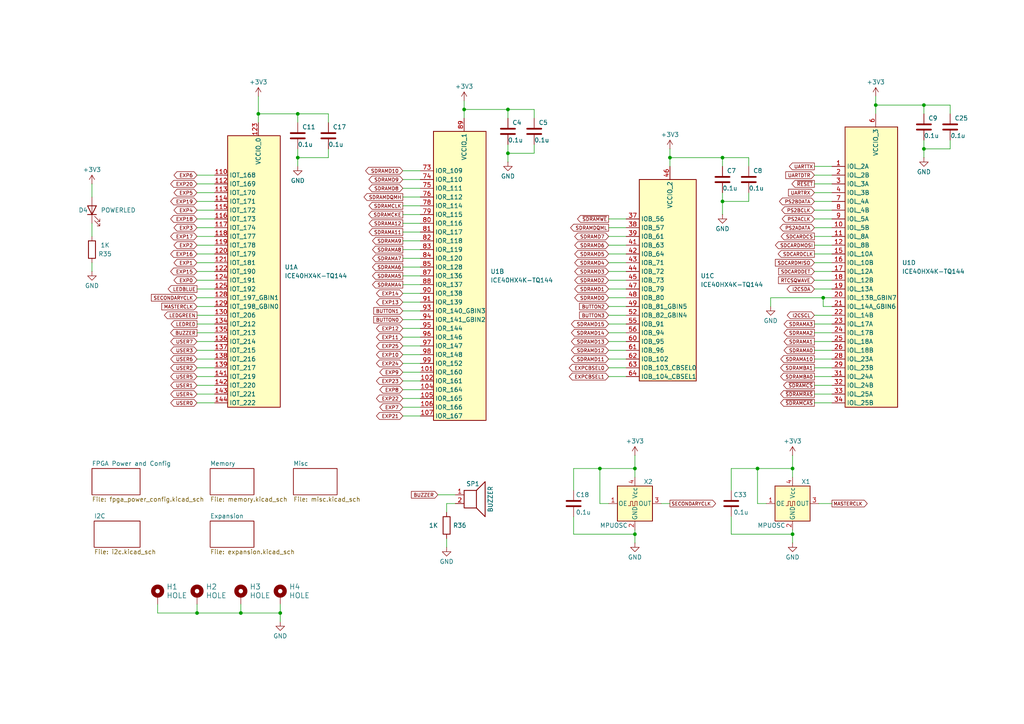
<source format=kicad_sch>
(kicad_sch (version 20250114) (generator "eeschema") (generator_version "9.0")
  (paper "A4")
  (junction (at 173.99 135.89))
  (junction (at 74.93 33.02))
  (junction (at 267.97 43.18))
  (junction (at 134.62 31.75))
  (junction (at 147.32 31.75))
  (junction (at 209.55 45.72))
  (junction (at 219.71 135.89))
  (junction (at 86.36 33.02))
  (junction (at 229.87 154.94))
  (junction (at 254 30.48))
  (junction (at 81.28 177.8))
  (junction (at 267.97 30.48))
  (junction (at 57.15 177.8))
  (junction (at 238.76 86.36))
  (junction (at 184.15 135.89))
  (junction (at 229.87 135.89))
  (junction (at 147.32 44.45))
  (junction (at 209.55 58.42))
  (junction (at 86.36 45.72))
  (junction (at 184.15 154.94))
  (junction (at 194.31 45.72))
  (junction (at 69.85 177.8))
  (wire (pts (xy 95.25 45.72) (xy 95.25 43.18)))
  (wire (pts (xy 176.53 63.5) (xy 181.61 63.5)))
  (wire (pts (xy 57.15 55.88) (xy 62.23 55.88)))
  (wire (pts (xy 45.72 175.26) (xy 45.72 177.8)))
  (wire (pts (xy 86.36 33.02) (xy 86.36 35.56)))
  (wire (pts (xy 116.84 72.39) (xy 121.92 72.39)))
  (wire (pts (xy 222.25 146.05) (xy 219.71 146.05)))
  (wire (pts (xy 212.09 149.86) (xy 212.09 154.94)))
  (wire (pts (xy 134.62 29.21) (xy 134.62 31.75)))
  (wire (pts (xy 147.32 44.45) (xy 154.94 44.45)))
  (wire (pts (xy 116.84 57.15) (xy 121.92 57.15)))
  (wire (pts (xy 57.15 76.2) (xy 62.23 76.2)))
  (wire (pts (xy 238.76 86.36) (xy 223.52 86.36)))
  (wire (pts (xy 116.84 85.09) (xy 121.92 85.09)))
  (wire (pts (xy 176.53 71.12) (xy 181.61 71.12)))
  (wire (pts (xy 147.32 41.91) (xy 147.32 44.45)))
  (wire (pts (xy 176.53 106.68) (xy 181.61 106.68)))
  (wire (pts (xy 267.97 30.48) (xy 267.97 33.02)))
  (wire (pts (xy 229.87 132.08) (xy 229.87 135.89)))
  (wire (pts (xy 229.87 135.89) (xy 229.87 138.43)))
  (wire (pts (xy 236.22 114.3) (xy 241.3 114.3)))
  (wire (pts (xy 236.22 96.52) (xy 241.3 96.52)))
  (wire (pts (xy 116.84 52.07) (xy 121.92 52.07)))
  (wire (pts (xy 236.22 116.84) (xy 241.3 116.84)))
  (wire (pts (xy 57.15 101.6) (xy 62.23 101.6)))
  (wire (pts (xy 176.53 101.6) (xy 181.61 101.6)))
  (wire (pts (xy 184.15 135.89) (xy 184.15 138.43)))
  (wire (pts (xy 86.36 45.72) (xy 86.36 48.26)))
  (wire (pts (xy 267.97 43.18) (xy 267.97 45.72)))
  (wire (pts (xy 236.22 48.26) (xy 241.3 48.26)))
  (wire (pts (xy 154.94 34.29) (xy 154.94 31.75)))
  (wire (pts (xy 86.36 45.72) (xy 95.25 45.72)))
  (wire (pts (xy 134.62 34.29) (xy 134.62 31.75)))
  (wire (pts (xy 57.15 81.28) (xy 62.23 81.28)))
  (wire (pts (xy 116.84 120.65) (xy 121.92 120.65)))
  (wire (pts (xy 194.31 43.18) (xy 194.31 45.72)))
  (wire (pts (xy 219.71 146.05) (xy 219.71 135.89)))
  (wire (pts (xy 267.97 43.18) (xy 275.59 43.18)))
  (wire (pts (xy 62.23 60.96) (xy 57.15 60.96)))
  (wire (pts (xy 57.15 68.58) (xy 62.23 68.58)))
  (wire (pts (xy 69.85 177.8) (xy 81.28 177.8)))
  (wire (pts (xy 57.15 91.44) (xy 62.23 91.44)))
  (wire (pts (xy 166.37 142.24) (xy 166.37 135.89)))
  (wire (pts (xy 116.84 67.31) (xy 121.92 67.31)))
  (wire (pts (xy 74.93 33.02) (xy 86.36 33.02)))
  (wire (pts (xy 116.84 82.55) (xy 121.92 82.55)))
  (wire (pts (xy 176.53 96.52) (xy 181.61 96.52)))
  (wire (pts (xy 57.15 50.8) (xy 62.23 50.8)))
  (wire (pts (xy 57.15 78.74) (xy 62.23 78.74)))
  (wire (pts (xy 209.55 58.42) (xy 217.17 58.42)))
  (wire (pts (xy 176.53 66.04) (xy 181.61 66.04)))
  (wire (pts (xy 116.84 80.01) (xy 121.92 80.01)))
  (wire (pts (xy 209.55 58.42) (xy 209.55 62.23)))
  (wire (pts (xy 223.52 86.36) (xy 223.52 88.9)))
  (wire (pts (xy 116.84 77.47) (xy 121.92 77.47)))
  (wire (pts (xy 194.31 45.72) (xy 209.55 45.72)))
  (wire (pts (xy 166.37 154.94) (xy 184.15 154.94)))
  (wire (pts (xy 116.84 87.63) (xy 121.92 87.63)))
  (wire (pts (xy 57.15 96.52) (xy 62.23 96.52)))
  (wire (pts (xy 176.53 109.22) (xy 181.61 109.22)))
  (wire (pts (xy 184.15 132.08) (xy 184.15 135.89)))
  (wire (pts (xy 57.15 175.26) (xy 57.15 177.8)))
  (wire (pts (xy 275.59 40.64) (xy 275.59 43.18)))
  (wire (pts (xy 236.22 66.04) (xy 241.3 66.04)))
  (wire (pts (xy 236.22 83.82) (xy 241.3 83.82)))
  (wire (pts (xy 176.53 78.74) (xy 181.61 78.74)))
  (wire (pts (xy 176.53 81.28) (xy 181.61 81.28)))
  (wire (pts (xy 236.22 99.06) (xy 241.3 99.06)))
  (wire (pts (xy 184.15 153.67) (xy 184.15 154.94)))
  (wire (pts (xy 116.84 100.33) (xy 121.92 100.33)))
  (wire (pts (xy 254 27.94) (xy 254 30.48)))
  (wire (pts (xy 236.22 78.74) (xy 241.3 78.74)))
  (wire (pts (xy 236.22 106.68) (xy 241.3 106.68)))
  (wire (pts (xy 236.22 71.12) (xy 241.3 71.12)))
  (wire (pts (xy 236.22 104.14) (xy 241.3 104.14)))
  (wire (pts (xy 57.15 177.8) (xy 69.85 177.8)))
  (wire (pts (xy 176.53 73.66) (xy 181.61 73.66)))
  (wire (pts (xy 176.53 68.58) (xy 181.61 68.58)))
  (wire (pts (xy 229.87 154.94) (xy 229.87 157.48)))
  (wire (pts (xy 236.22 81.28) (xy 241.3 81.28)))
  (wire (pts (xy 129.54 146.05) (xy 129.54 148.59)))
  (wire (pts (xy 57.15 99.06) (xy 62.23 99.06)))
  (wire (pts (xy 127 143.51) (xy 132.08 143.51)))
  (wire (pts (xy 217.17 45.72) (xy 217.17 48.26)))
  (wire (pts (xy 116.84 64.77) (xy 121.92 64.77)))
  (wire (pts (xy 241.3 86.36) (xy 238.76 86.36)))
  (wire (pts (xy 194.31 48.26) (xy 194.31 45.72)))
  (wire (pts (xy 236.22 53.34) (xy 241.3 53.34)))
  (wire (pts (xy 116.84 115.57) (xy 121.92 115.57)))
  (wire (pts (xy 57.15 71.12) (xy 62.23 71.12)))
  (wire (pts (xy 209.55 45.72) (xy 209.55 48.26)))
  (wire (pts (xy 237.49 146.05) (xy 241.3 146.05)))
  (wire (pts (xy 116.84 102.87) (xy 121.92 102.87)))
  (wire (pts (xy 26.67 53.34) (xy 26.67 57.15)))
  (wire (pts (xy 236.22 109.22) (xy 241.3 109.22)))
  (wire (pts (xy 176.53 88.9) (xy 181.61 88.9)))
  (wire (pts (xy 236.22 91.44) (xy 241.3 91.44)))
  (wire (pts (xy 57.15 86.36) (xy 62.23 86.36)))
  (wire (pts (xy 57.15 116.84) (xy 62.23 116.84)))
  (wire (pts (xy 57.15 111.76) (xy 62.23 111.76)))
  (wire (pts (xy 116.84 113.03) (xy 121.92 113.03)))
  (wire (pts (xy 217.17 55.88) (xy 217.17 58.42)))
  (wire (pts (xy 45.72 177.8) (xy 57.15 177.8)))
  (wire (pts (xy 116.84 92.71) (xy 121.92 92.71)))
  (wire (pts (xy 74.93 27.94) (xy 74.93 33.02)))
  (wire (pts (xy 116.84 74.93) (xy 121.92 74.93)))
  (wire (pts (xy 26.67 76.2) (xy 26.67 78.74)))
  (wire (pts (xy 267.97 30.48) (xy 275.59 30.48)))
  (wire (pts (xy 57.15 73.66) (xy 62.23 73.66)))
  (wire (pts (xy 176.53 93.98) (xy 181.61 93.98)))
  (wire (pts (xy 241.3 88.9) (xy 238.76 88.9)))
  (wire (pts (xy 154.94 41.91) (xy 154.94 44.45)))
  (wire (pts (xy 116.84 118.11) (xy 121.92 118.11)))
  (wire (pts (xy 212.09 135.89) (xy 219.71 135.89)))
  (wire (pts (xy 267.97 43.18) (xy 267.97 40.64)))
  (wire (pts (xy 166.37 135.89) (xy 173.99 135.89)))
  (wire (pts (xy 116.84 90.17) (xy 121.92 90.17)))
  (wire (pts (xy 57.15 66.04) (xy 62.23 66.04)))
  (wire (pts (xy 212.09 142.24) (xy 212.09 135.89)))
  (wire (pts (xy 74.93 33.02) (xy 74.93 35.56)))
  (wire (pts (xy 166.37 149.86) (xy 166.37 154.94)))
  (wire (pts (xy 26.67 64.77) (xy 26.67 68.58)))
  (wire (pts (xy 236.22 76.2) (xy 241.3 76.2)))
  (wire (pts (xy 57.15 83.82) (xy 62.23 83.82)))
  (wire (pts (xy 254 30.48) (xy 254 33.02)))
  (wire (pts (xy 62.23 63.5) (xy 57.15 63.5)))
  (wire (pts (xy 57.15 114.3) (xy 62.23 114.3)))
  (wire (pts (xy 209.55 45.72) (xy 217.17 45.72)))
  (wire (pts (xy 236.22 50.8) (xy 241.3 50.8)))
  (wire (pts (xy 173.99 146.05) (xy 173.99 135.89)))
  (wire (pts (xy 236.22 55.88) (xy 241.3 55.88)))
  (wire (pts (xy 236.22 101.6) (xy 241.3 101.6)))
  (wire (pts (xy 57.15 93.98) (xy 62.23 93.98)))
  (wire (pts (xy 81.28 175.26) (xy 81.28 177.8)))
  (wire (pts (xy 147.32 44.45) (xy 147.32 46.99)))
  (wire (pts (xy 173.99 135.89) (xy 184.15 135.89)))
  (wire (pts (xy 62.23 53.34) (xy 57.15 53.34)))
  (wire (pts (xy 116.84 69.85) (xy 121.92 69.85)))
  (wire (pts (xy 236.22 68.58) (xy 241.3 68.58)))
  (wire (pts (xy 86.36 43.18) (xy 86.36 45.72)))
  (wire (pts (xy 176.53 91.44) (xy 181.61 91.44)))
  (wire (pts (xy 219.71 135.89) (xy 229.87 135.89)))
  (wire (pts (xy 236.22 111.76) (xy 241.3 111.76)))
  (wire (pts (xy 129.54 146.05) (xy 132.08 146.05)))
  (wire (pts (xy 116.84 97.79) (xy 121.92 97.79)))
  (wire (pts (xy 176.53 76.2) (xy 181.61 76.2)))
  (wire (pts (xy 116.84 54.61) (xy 121.92 54.61)))
  (wire (pts (xy 134.62 31.75) (xy 147.32 31.75)))
  (wire (pts (xy 176.53 83.82) (xy 181.61 83.82)))
  (wire (pts (xy 116.84 105.41) (xy 121.92 105.41)))
  (wire (pts (xy 69.85 175.26) (xy 69.85 177.8)))
  (wire (pts (xy 57.15 109.22) (xy 62.23 109.22)))
  (wire (pts (xy 57.15 88.9) (xy 62.23 88.9)))
  (wire (pts (xy 57.15 104.14) (xy 62.23 104.14)))
  (wire (pts (xy 275.59 33.02) (xy 275.59 30.48)))
  (wire (pts (xy 176.53 86.36) (xy 181.61 86.36)))
  (wire (pts (xy 236.22 73.66) (xy 241.3 73.66)))
  (wire (pts (xy 95.25 33.02) (xy 95.25 35.56)))
  (wire (pts (xy 62.23 58.42) (xy 57.15 58.42)))
  (wire (pts (xy 57.15 106.68) (xy 62.23 106.68)))
  (wire (pts (xy 254 30.48) (xy 267.97 30.48)))
  (wire (pts (xy 176.53 146.05) (xy 173.99 146.05)))
  (wire (pts (xy 116.84 49.53) (xy 121.92 49.53)))
  (wire (pts (xy 147.32 31.75) (xy 154.94 31.75)))
  (wire (pts (xy 229.87 153.67) (xy 229.87 154.94)))
  (wire (pts (xy 209.55 55.88) (xy 209.55 58.42)))
  (wire (pts (xy 81.28 177.8) (xy 81.28 180.34)))
  (wire (pts (xy 184.15 154.94) (xy 184.15 157.48)))
  (wire (pts (xy 236.22 58.42) (xy 241.3 58.42)))
  (wire (pts (xy 236.22 63.5) (xy 241.3 63.5)))
  (wire (pts (xy 116.84 62.23) (xy 121.92 62.23)))
  (wire (pts (xy 116.84 107.95) (xy 121.92 107.95)))
  (wire (pts (xy 147.32 31.75) (xy 147.32 34.29)))
  (wire (pts (xy 129.54 156.21) (xy 129.54 158.75)))
  (wire (pts (xy 176.53 99.06) (xy 181.61 99.06)))
  (wire (pts (xy 191.77 146.05) (xy 194.31 146.05)))
  (wire (pts (xy 212.09 154.94) (xy 229.87 154.94)))
  (wire (pts (xy 176.53 104.14) (xy 181.61 104.14)))
  (wire (pts (xy 236.22 60.96) (xy 241.3 60.96)))
  (wire (pts (xy 116.84 59.69) (xy 121.92 59.69)))
  (wire (pts (xy 238.76 88.9) (xy 238.76 86.36)))
  (wire (pts (xy 236.22 93.98) (xy 241.3 93.98)))
  (wire (pts (xy 86.36 33.02) (xy 95.25 33.02)))
  (wire (pts (xy 116.84 95.25) (xy 121.92 95.25)))
  (wire (pts (xy 116.84 110.49) (xy 121.92 110.49)))
  (global_label "~{SDRAMCAS}" (shape output) (at 236.22 116.84 180) (effects (font (size 1.016 1.016))) (property "Intersheetrefs" "${INTERSHEET_REFS}" (effects (hide yes))))
  (global_label "USER0" (shape bidirectional) (at 57.15 116.84 180) (effects (font (size 1 1))) (property "Intersheetrefs" "${INTERSHEET_REFS}" (effects (hide yes))))
  (global_label "SECONDARYCLK" (shape input) (at 57.15 86.36 180) (effects (font (size 0.9906 0.9906))) (property "Intersheetrefs" "${INTERSHEET_REFS}" (effects (hide yes))))
  (global_label "EXP25" (shape bidirectional) (at 116.84 100.33 180) (effects (font (size 1.016 1.016))) (property "Intersheetrefs" "${INTERSHEET_REFS}" (effects (hide yes))))
  (global_label "PS2ADATA" (shape bidirectional) (at 236.22 66.04 180) (effects (font (size 1 1))) (property "Intersheetrefs" "${INTERSHEET_REFS}" (effects (hide yes))))
  (global_label "EXPCBSEL0" (shape bidirectional) (at 176.53 106.68 180) (effects (font (size 1.016 1.016))) (property "Intersheetrefs" "${INTERSHEET_REFS}" (effects (hide yes))))
  (global_label "~{SDRAMWE}" (shape output) (at 176.53 63.5 180) (effects (font (size 1.016 1.016))) (property "Intersheetrefs" "${INTERSHEET_REFS}" (effects (hide yes))))
  (global_label "SDRAMD13" (shape bidirectional) (at 176.53 99.06 180) (effects (font (size 1.016 1.016))) (property "Intersheetrefs" "${INTERSHEET_REFS}" (effects (hide yes))))
  (global_label "EXP10" (shape bidirectional) (at 116.84 102.87 180) (effects (font (size 1.016 1.016))) (property "Intersheetrefs" "${INTERSHEET_REFS}" (effects (hide yes))))
  (global_label "~{SDRAMRAS}" (shape output) (at 236.22 114.3 180) (effects (font (size 1.016 1.016))) (property "Intersheetrefs" "${INTERSHEET_REFS}" (effects (hide yes))))
  (global_label "SDRAMA8" (shape output) (at 116.84 72.39 180) (effects (font (size 1.016 1.016))) (property "Intersheetrefs" "${INTERSHEET_REFS}" (effects (hide yes))))
  (global_label "EXP8" (shape bidirectional) (at 116.84 113.03 180) (effects (font (size 1.016 1.016))) (property "Intersheetrefs" "${INTERSHEET_REFS}" (effects (hide yes))))
  (global_label "USER6" (shape bidirectional) (at 57.15 104.14 180) (effects (font (size 1 1))) (property "Intersheetrefs" "${INTERSHEET_REFS}" (effects (hide yes))))
  (global_label "SDRAMD10" (shape bidirectional) (at 116.84 49.53 180) (effects (font (size 1.016 1.016))) (property "Intersheetrefs" "${INTERSHEET_REFS}" (effects (hide yes))))
  (global_label "SDRAMD14" (shape bidirectional) (at 176.53 96.52 180) (effects (font (size 1.016 1.016))) (property "Intersheetrefs" "${INTERSHEET_REFS}" (effects (hide yes))))
  (global_label "SDRAMA2" (shape output) (at 236.22 96.52 180) (effects (font (size 1.016 1.016))) (property "Intersheetrefs" "${INTERSHEET_REFS}" (effects (hide yes))))
  (global_label "EXP4" (shape bidirectional) (at 57.15 60.96 180) (effects (font (size 1.016 1.016))) (property "Intersheetrefs" "${INTERSHEET_REFS}" (effects (hide yes))))
  (global_label "SDRAMD0" (shape bidirectional) (at 176.53 86.36 180) (effects (font (size 1.016 1.016))) (property "Intersheetrefs" "${INTERSHEET_REFS}" (effects (hide yes))))
  (global_label "EXP18" (shape bidirectional) (at 57.15 63.5 180) (effects (font (size 1.016 1.016))) (property "Intersheetrefs" "${INTERSHEET_REFS}" (effects (hide yes))))
  (global_label "USER7" (shape bidirectional) (at 57.15 99.06 180) (effects (font (size 1 1))) (property "Intersheetrefs" "${INTERSHEET_REFS}" (effects (hide yes))))
  (global_label "SDRAMDQML" (shape output) (at 176.53 66.04 180) (effects (font (size 1.016 1.016))) (property "Intersheetrefs" "${INTERSHEET_REFS}" (effects (hide yes))))
  (global_label "SDRAMA9" (shape output) (at 116.84 69.85 180) (effects (font (size 1.016 1.016))) (property "Intersheetrefs" "${INTERSHEET_REFS}" (effects (hide yes))))
  (global_label "SDRAMD12" (shape bidirectional) (at 176.53 101.6 180) (effects (font (size 1.016 1.016))) (property "Intersheetrefs" "${INTERSHEET_REFS}" (effects (hide yes))))
  (global_label "SDRAMCKE" (shape output) (at 116.84 62.23 180) (effects (font (size 1.016 1.016))) (property "Intersheetrefs" "${INTERSHEET_REFS}" (effects (hide yes))))
  (global_label "EXP14" (shape bidirectional) (at 116.84 85.09 180) (effects (font (size 1.016 1.016))) (property "Intersheetrefs" "${INTERSHEET_REFS}" (effects (hide yes))))
  (global_label "UARTRX" (shape input) (at 236.22 55.88 180) (effects (font (size 1 1))) (property "Intersheetrefs" "${INTERSHEET_REFS}" (effects (hide yes))))
  (global_label "EXPCBSEL1" (shape bidirectional) (at 176.53 109.22 180) (effects (font (size 1.016 1.016))) (property "Intersheetrefs" "${INTERSHEET_REFS}" (effects (hide yes))))
  (global_label "SDRAMA7" (shape output) (at 116.84 74.93 180) (effects (font (size 1.016 1.016))) (property "Intersheetrefs" "${INTERSHEET_REFS}" (effects (hide yes))))
  (global_label "EXP1" (shape bidirectional) (at 57.15 76.2 180) (effects (font (size 1.016 1.016))) (property "Intersheetrefs" "${INTERSHEET_REFS}" (effects (hide yes))))
  (global_label "EXP13" (shape bidirectional) (at 116.84 87.63 180) (effects (font (size 1.016 1.016))) (property "Intersheetrefs" "${INTERSHEET_REFS}" (effects (hide yes))))
  (global_label "USER5" (shape bidirectional) (at 57.15 109.22 180) (effects (font (size 1 1))) (property "Intersheetrefs" "${INTERSHEET_REFS}" (effects (hide yes))))
  (global_label "SDCARDMOSI" (shape output) (at 236.22 71.12 180) (effects (font (size 1 1))) (property "Intersheetrefs" "${INTERSHEET_REFS}" (effects (hide yes))))
  (global_label "EXP17" (shape bidirectional) (at 57.15 68.58 180) (effects (font (size 1.016 1.016))) (property "Intersheetrefs" "${INTERSHEET_REFS}" (effects (hide yes))))
  (global_label "LEDRED" (shape output) (at 57.15 93.98 180) (effects (font (size 1 1))) (property "Intersheetrefs" "${INTERSHEET_REFS}" (effects (hide yes))))
  (global_label "EXP20" (shape bidirectional) (at 57.15 53.34 180) (effects (font (size 1.016 1.016))) (property "Intersheetrefs" "${INTERSHEET_REFS}" (effects (hide yes))))
  (global_label "EXP23" (shape bidirectional) (at 116.84 110.49 180) (effects (font (size 1.016 1.016))) (property "Intersheetrefs" "${INTERSHEET_REFS}" (effects (hide yes))))
  (global_label "BUTTON3" (shape input) (at 176.53 91.44 180) (effects (font (size 0.9906 0.9906))) (property "Intersheetrefs" "${INTERSHEET_REFS}" (effects (hide yes))))
  (global_label "~{RESET}" (shape output) (at 236.22 53.34 180) (effects (font (size 1.016 1.016))) (property "Intersheetrefs" "${INTERSHEET_REFS}" (effects (hide yes))))
  (global_label "USER1" (shape bidirectional) (at 57.15 111.76 180) (effects (font (size 1 1))) (property "Intersheetrefs" "${INTERSHEET_REFS}" (effects (hide yes))))
  (global_label "USER3" (shape bidirectional) (at 57.15 101.6 180) (effects (font (size 1 1))) (property "Intersheetrefs" "${INTERSHEET_REFS}" (effects (hide yes))))
  (global_label "UARTDTR" (shape input) (at 236.22 50.8 180) (effects (font (size 1 1))) (property "Intersheetrefs" "${INTERSHEET_REFS}" (effects (hide yes))))
  (global_label "EXP2" (shape bidirectional) (at 57.15 71.12 180) (effects (font (size 1.016 1.016))) (property "Intersheetrefs" "${INTERSHEET_REFS}" (effects (hide yes))))
  (global_label "SDCARDMISO" (shape input) (at 236.22 76.2 180) (effects (font (size 1 1))) (property "Intersheetrefs" "${INTERSHEET_REFS}" (effects (hide yes))))
  (global_label "SDRAMA0" (shape output) (at 236.22 101.6 180) (effects (font (size 1.016 1.016))) (property "Intersheetrefs" "${INTERSHEET_REFS}" (effects (hide yes))))
  (global_label "I2CSCL" (shape bidirectional) (at 236.22 91.44 180) (effects (font (size 0.9906 0.9906))) (property "Intersheetrefs" "${INTERSHEET_REFS}" (effects (hide yes))))
  (global_label "SDRAMD9" (shape bidirectional) (at 116.84 52.07 180) (effects (font (size 1.016 1.016))) (property "Intersheetrefs" "${INTERSHEET_REFS}" (effects (hide yes))))
  (global_label "PS2ACLK" (shape bidirectional) (at 236.22 63.5 180) (effects (font (size 1 1))) (property "Intersheetrefs" "${INTERSHEET_REFS}" (effects (hide yes))))
  (global_label "SDRAMA4" (shape output) (at 116.84 82.55 180) (effects (font (size 1.016 1.016))) (property "Intersheetrefs" "${INTERSHEET_REFS}" (effects (hide yes))))
  (global_label "RTCSQWAVE" (shape input) (at 236.22 81.28 180) (effects (font (size 1 1))) (property "Intersheetrefs" "${INTERSHEET_REFS}" (effects (hide yes))))
  (global_label "~{SDRAMCS}" (shape output) (at 236.22 111.76 180) (effects (font (size 1.016 1.016))) (property "Intersheetrefs" "${INTERSHEET_REFS}" (effects (hide yes))))
  (global_label "EXP15" (shape bidirectional) (at 57.15 78.74 180) (effects (font (size 1.016 1.016))) (property "Intersheetrefs" "${INTERSHEET_REFS}" (effects (hide yes))))
  (global_label "SDRAMBA1" (shape output) (at 236.22 106.68 180) (effects (font (size 1.016 1.016))) (property "Intersheetrefs" "${INTERSHEET_REFS}" (effects (hide yes))))
  (global_label "BUZZER" (shape input) (at 127 143.51 180) (effects (font (size 0.9906 0.9906))) (property "Intersheetrefs" "${INTERSHEET_REFS}" (effects (hide yes))))
  (global_label "PS2BDATA" (shape bidirectional) (at 236.22 58.42 180) (effects (font (size 1 1))) (property "Intersheetrefs" "${INTERSHEET_REFS}" (effects (hide yes))))
  (global_label "SDRAMD6" (shape bidirectional) (at 176.53 71.12 180) (effects (font (size 1.016 1.016))) (property "Intersheetrefs" "${INTERSHEET_REFS}" (effects (hide yes))))
  (global_label "SDCARDDET" (shape input) (at 236.22 78.74 180) (effects (font (size 1 1))) (property "Intersheetrefs" "${INTERSHEET_REFS}" (effects (hide yes))))
  (global_label "MASTERCLK" (shape output) (at 241.3 146.05 0) (effects (font (size 0.9906 0.9906))) (property "Intersheetrefs" "${INTERSHEET_REFS}" (effects (hide yes))))
  (global_label "SDRAMD1" (shape bidirectional) (at 176.53 83.82 180) (effects (font (size 1.016 1.016))) (property "Intersheetrefs" "${INTERSHEET_REFS}" (effects (hide yes))))
  (global_label "USER4" (shape bidirectional) (at 57.15 114.3 180) (effects (font (size 1 1))) (property "Intersheetrefs" "${INTERSHEET_REFS}" (effects (hide yes))))
  (global_label "BUTTON2" (shape input) (at 176.53 88.9 180) (effects (font (size 0.9906 0.9906))) (property "Intersheetrefs" "${INTERSHEET_REFS}" (effects (hide yes))))
  (global_label "SDRAMD3" (shape bidirectional) (at 176.53 78.74 180) (effects (font (size 1.016 1.016))) (property "Intersheetrefs" "${INTERSHEET_REFS}" (effects (hide yes))))
  (global_label "EXP3" (shape bidirectional) (at 57.15 66.04 180) (effects (font (size 1.016 1.016))) (property "Intersheetrefs" "${INTERSHEET_REFS}" (effects (hide yes))))
  (global_label "BUTTON1" (shape input) (at 116.84 90.17 180) (effects (font (size 0.9906 0.9906))) (property "Intersheetrefs" "${INTERSHEET_REFS}" (effects (hide yes))))
  (global_label "EXP12" (shape bidirectional) (at 116.84 95.25 180) (effects (font (size 1.016 1.016))) (property "Intersheetrefs" "${INTERSHEET_REFS}" (effects (hide yes))))
  (global_label "SDRAMCLK" (shape output) (at 116.84 59.69 180) (effects (font (size 1.016 1.016))) (property "Intersheetrefs" "${INTERSHEET_REFS}" (effects (hide yes))))
  (global_label "BUZZER" (shape output) (at 57.15 96.52 180) (effects (font (size 0.9906 0.9906))) (property "Intersheetrefs" "${INTERSHEET_REFS}" (effects (hide yes))))
  (global_label "EXP11" (shape bidirectional) (at 116.84 97.79 180) (effects (font (size 1.016 1.016))) (property "Intersheetrefs" "${INTERSHEET_REFS}" (effects (hide yes))))
  (global_label "SDRAMD4" (shape bidirectional) (at 176.53 76.2 180) (effects (font (size 1.016 1.016))) (property "Intersheetrefs" "${INTERSHEET_REFS}" (effects (hide yes))))
  (global_label "USER2" (shape bidirectional) (at 57.15 106.68 180) (effects (font (size 1 1))) (property "Intersheetrefs" "${INTERSHEET_REFS}" (effects (hide yes))))
  (global_label "SDRAMA11" (shape output) (at 116.84 67.31 180) (effects (font (size 1.016 1.016))) (property "Intersheetrefs" "${INTERSHEET_REFS}" (effects (hide yes))))
  (global_label "EXP7" (shape bidirectional) (at 116.84 118.11 180) (effects (font (size 1.016 1.016))) (property "Intersheetrefs" "${INTERSHEET_REFS}" (effects (hide yes))))
  (global_label "SECONDARYCLK" (shape output) (at 194.31 146.05 0) (effects (font (size 0.9906 0.9906))) (property "Intersheetrefs" "${INTERSHEET_REFS}" (effects (hide yes))))
  (global_label "SDRAMA12" (shape output) (at 116.84 64.77 180) (effects (font (size 1.016 1.016))) (property "Intersheetrefs" "${INTERSHEET_REFS}" (effects (hide yes))))
  (global_label "UARTTX" (shape output) (at 236.22 48.26 180) (effects (font (size 1 1))) (property "Intersheetrefs" "${INTERSHEET_REFS}" (effects (hide yes))))
  (global_label "SDRAMD15" (shape bidirectional) (at 176.53 93.98 180) (effects (font (size 1.016 1.016))) (property "Intersheetrefs" "${INTERSHEET_REFS}" (effects (hide yes))))
  (global_label "SDRAMD5" (shape bidirectional) (at 176.53 73.66 180) (effects (font (size 1.016 1.016))) (property "Intersheetrefs" "${INTERSHEET_REFS}" (effects (hide yes))))
  (global_label "SDRAMBA0" (shape output) (at 236.22 109.22 180) (effects (font (size 1.016 1.016))) (property "Intersheetrefs" "${INTERSHEET_REFS}" (effects (hide yes))))
  (global_label "EXP22" (shape bidirectional) (at 116.84 115.57 180) (effects (font (size 1.016 1.016))) (property "Intersheetrefs" "${INTERSHEET_REFS}" (effects (hide yes))))
  (global_label "SDRAMA3" (shape output) (at 236.22 93.98 180) (effects (font (size 1.016 1.016))) (property "Intersheetrefs" "${INTERSHEET_REFS}" (effects (hide yes))))
  (global_label "SDRAMA5" (shape output) (at 116.84 80.01 180) (effects (font (size 1.016 1.016))) (property "Intersheetrefs" "${INTERSHEET_REFS}" (effects (hide yes))))
  (global_label "I2CSDA" (shape bidirectional) (at 236.22 83.82 180) (effects (font (size 0.9906 0.9906))) (property "Intersheetrefs" "${INTERSHEET_REFS}" (effects (hide yes))))
  (global_label "EXP6" (shape bidirectional) (at 57.15 50.8 180) (effects (font (size 1.016 1.016))) (property "Intersheetrefs" "${INTERSHEET_REFS}" (effects (hide yes))))
  (global_label "EXP9" (shape bidirectional) (at 116.84 107.95 180) (effects (font (size 1.016 1.016))) (property "Intersheetrefs" "${INTERSHEET_REFS}" (effects (hide yes))))
  (global_label "EXP16" (shape bidirectional) (at 57.15 73.66 180) (effects (font (size 1.016 1.016))) (property "Intersheetrefs" "${INTERSHEET_REFS}" (effects (hide yes))))
  (global_label "MASTERCLK" (shape input) (at 57.15 88.9 180) (effects (font (size 0.9906 0.9906))) (property "Intersheetrefs" "${INTERSHEET_REFS}" (effects (hide yes))))
  (global_label "EXP0" (shape bidirectional) (at 57.15 81.28 180) (effects (font (size 1.016 1.016))) (property "Intersheetrefs" "${INTERSHEET_REFS}" (effects (hide yes))))
  (global_label "EXP5" (shape bidirectional) (at 57.15 55.88 180) (effects (font (size 1.016 1.016))) (property "Intersheetrefs" "${INTERSHEET_REFS}" (effects (hide yes))))
  (global_label "PS2BCLK" (shape bidirectional) (at 236.22 60.96 180) (effects (font (size 1 1))) (property "Intersheetrefs" "${INTERSHEET_REFS}" (effects (hide yes))))
  (global_label "EXP19" (shape bidirectional) (at 57.15 58.42 180) (effects (font (size 1.016 1.016))) (property "Intersheetrefs" "${INTERSHEET_REFS}" (effects (hide yes))))
  (global_label "SDRAMA1" (shape output) (at 236.22 99.06 180) (effects (font (size 1.016 1.016))) (property "Intersheetrefs" "${INTERSHEET_REFS}" (effects (hide yes))))
  (global_label "SDRAMD11" (shape bidirectional) (at 176.53 104.14 180) (effects (font (size 1.016 1.016))) (property "Intersheetrefs" "${INTERSHEET_REFS}" (effects (hide yes))))
  (global_label "SDRAMD7" (shape bidirectional) (at 176.53 68.58 180) (effects (font (size 1.016 1.016))) (property "Intersheetrefs" "${INTERSHEET_REFS}" (effects (hide yes))))
  (global_label "EXP21" (shape bidirectional) (at 116.84 120.65 180) (effects (font (size 1.016 1.016))) (property "Intersheetrefs" "${INTERSHEET_REFS}" (effects (hide yes))))
  (global_label "SDRAMA10" (shape output) (at 236.22 104.14 180) (effects (font (size 1.016 1.016))) (property "Intersheetrefs" "${INTERSHEET_REFS}" (effects (hide yes))))
  (global_label "EXP24" (shape bidirectional) (at 116.84 105.41 180) (effects (font (size 1.016 1.016))) (property "Intersheetrefs" "${INTERSHEET_REFS}" (effects (hide yes))))
  (global_label "SDRAMDQMH" (shape output) (at 116.84 57.15 180) (effects (font (size 1.016 1.016))) (property "Intersheetrefs" "${INTERSHEET_REFS}" (effects (hide yes))))
  (global_label "LEDBLUE" (shape output) (at 57.15 83.82 180) (effects (font (size 1 1))) (property "Intersheetrefs" "${INTERSHEET_REFS}" (effects (hide yes))))
  (global_label "BUTTON0" (shape input) (at 116.84 92.71 180) (effects (font (size 0.9906 0.9906))) (property "Intersheetrefs" "${INTERSHEET_REFS}" (effects (hide yes))))
  (global_label "SDRAMA6" (shape output) (at 116.84 77.47 180) (effects (font (size 1.016 1.016))) (property "Intersheetrefs" "${INTERSHEET_REFS}" (effects (hide yes))))
  (global_label "LEDGREEN" (shape output) (at 57.15 91.44 180) (effects (font (size 1 1))) (property "Intersheetrefs" "${INTERSHEET_REFS}" (effects (hide yes))))
  (global_label "SDCARDCS" (shape output) (at 236.22 68.58 180) (effects (font (size 1 1))) (property "Intersheetrefs" "${INTERSHEET_REFS}" (effects (hide yes))))
  (global_label "SDRAMD2" (shape bidirectional) (at 176.53 81.28 180) (effects (font (size 1.016 1.016))) (property "Intersheetrefs" "${INTERSHEET_REFS}" (effects (hide yes))))
  (global_label "SDCARDCLK" (shape output) (at 236.22 73.66 180) (effects (font (size 1 1))) (property "Intersheetrefs" "${INTERSHEET_REFS}" (effects (hide yes))))
  (global_label "SDRAMD8" (shape bidirectional) (at 116.84 54.61 180) (effects (font (size 1.016 1.016))) (property "Intersheetrefs" "${INTERSHEET_REFS}" (effects (hide yes))))
  (symbol (lib_id "power:GND") (at 267.97 45.72 0) (unit 1)
    (property "Reference" "#PWR09" (effects (hide yes)))
    (property "Value" "GND" (at 267.97 49.8531 0))
    (property "Description" "Power symbol creates a global label with name \"GND\" , ground" (effects (hide yes)))
  )
  (symbol (lib_id "Mechanical:MountingHole_Pad") (at 57.15 172.72 0) (unit 1) (in_bom no)
    (property "Reference" "H2" (at 59.69 170.1799 0) (effects (font (size 1.524 1.524)) (justify left)))
    (property "Value" "HOLE" (at 59.69 172.7199 0) (effects (font (size 1.524 1.524)) (justify left)))
    (property "Footprint" "MountingHole:MountingHole_3.2mm_M3_Pad" (effects (hide yes)))
    (property "Description" "Mounting Hole with connection" (effects (hide yes)))
  )
  (symbol (lib_id "Mechanical:MountingHole_Pad") (at 69.85 172.72 0) (unit 1) (in_bom no)
    (property "Reference" "H3" (at 72.39 170.1799 0) (effects (font (size 1.524 1.524)) (justify left)))
    (property "Value" "HOLE" (at 72.39 172.7199 0) (effects (font (size 1.524 1.524)) (justify left)))
    (property "Footprint" "MountingHole:MountingHole_3.2mm_M3_Pad" (effects (hide yes)))
    (property "Description" "Mounting Hole with connection" (effects (hide yes)))
  )
  (symbol (lib_id "power:GND") (at 26.67 78.74 0) (unit 1)
    (property "Reference" "#PWR077" (effects (hide yes)))
    (property "Value" "GND" (at 26.67 82.8731 0))
  )
  (symbol (lib_name "SG-210SED_1") (lib_id "Oscillator:SG-210SED") (at 184.15 146.05 0) (unit 1)
    (property "Reference" "X2" (at 186.69 139.7 0) (effects (justify left)))
    (property "Value" "MPUOSC" (at 173.99 152.4 0) (effects (justify left)))
    (property "Footprint" "Oscillator:Oscillator_SMD_SeikoEpson_SG8002LB-4Pin_5.0x3.2mm" (effects (hide yes)))
    (property "Datasheet" "https://support.epson.biz/td/api/doc_check.php?mode=dl&lang=en&Parts=SG-210SED" (effects (hide yes)))
    (property "Description" "Crystal Oscillator Low Profile / High Stability SPXO" (effects (hide yes)))
  )
  (symbol (lib_id "Device:C") (at 166.37 146.05 0) (unit 1)
    (property "Reference" "C18" (at 167.005 143.51 0) (effects (justify left)))
    (property "Value" "0.1u" (at 167.005 148.59 0) (effects (justify left)))
    (property "Footprint" "Capacitor_SMD:C_0805_2012Metric" (effects (hide yes)))
  )
  (symbol (lib_id "Device:C") (at 95.25 39.37 0) (unit 1)
    (property "Reference" "C17" (at 96.52 36.83 0) (effects (justify left)))
    (property "Value" "0.1u" (at 95.25 41.91 0) (effects (justify left)))
    (property "Footprint" "Capacitor_SMD:C_0805_2012Metric" (effects (hide yes)))
  )
  (symbol (lib_id "Device:Speaker") (at 137.16 143.51 0) (unit 1)
    (property "Reference" "SP1" (at 137.16 140.335 0))
    (property "Value" "BUZZER" (at 142.24 144.78 90))
    (property "Footprint" "Buzzer_Beeper:Buzzer_15x7.5RM7.6" (effects (hide yes)))
  )
  (symbol (lib_id "Device:C") (at 154.94 38.1 0) (unit 1)
    (property "Reference" "C5" (at 156.21 35.56 0) (effects (justify left)))
    (property "Value" "0.1u" (at 154.94 40.64 0) (effects (justify left)))
    (property "Footprint" "Capacitor_SMD:C_0805_2012Metric" (effects (hide yes)))
  )
  (symbol (lib_id "power:+3V3") (at 184.15 132.08 0) (unit 1)
    (property "Reference" "#PWR0102" (effects (hide yes)))
    (property "Value" "+3V3" (at 184.15 127.9469 0))
    (property "Description" "Power symbol creates a global label with name \"+3V3\"" (effects (hide yes)))
  )
  (symbol (lib_id "power:+3V3") (at 74.93 27.94 0) (unit 1)
    (property "Reference" "#PWR070" (effects (hide yes)))
    (property "Value" "+3V3" (at 74.93 23.8069 0))
    (property "Description" "Power symbol creates a global label with name \"+3V3\"" (effects (hide yes)))
  )
  (symbol (lib_id "Device:C") (at 267.97 36.83 0) (unit 1)
    (property "Reference" "C9" (at 269.24 34.29 0) (effects (justify left)))
    (property "Value" "0.1u" (at 267.97 39.37 0) (effects (justify left)))
    (property "Footprint" "Capacitor_SMD:C_0805_2012Metric" (effects (hide yes)))
  )
  (symbol (lib_id "power:+3V3") (at 254 27.94 0) (unit 1)
    (property "Reference" "#PWR073" (effects (hide yes)))
    (property "Value" "+3V3" (at 254 23.8069 0))
    (property "Description" "Power symbol creates a global label with name \"+3V3\"" (effects (hide yes)))
  )
  (symbol (lib_id "FPGA_Lattice:ICE40HX4K-TQ144") (at 254 78.74 0) (unit 4)
    (property "Reference" "U1" (at 261.62 76.1999 0) (effects (justify left)))
    (property "Value" "ICE40HX4K-TQ144" (at 261.62 78.7399 0) (effects (justify left)))
    (property "Footprint" "Package_QFP:TQFP-144_20x20mm_P0.5mm" (effects (hide yes)))
    (property "Datasheet" "http://www.latticesemi.com/Products/FPGAandCPLD/iCE40" (effects (hide yes)))
    (property "Description" "iCE40 HX FPGA, 3520 LUTs, 1.2V, TQFP-144" (effects (hide yes)))
  )
  (symbol (lib_id "power:GND") (at 81.28 180.34 0) (unit 1)
    (property "Reference" "#PWR044" (effects (hide yes)))
    (property "Value" "GND" (at 81.28 184.4731 0))
    (property "Description" "Power symbol creates a global label with name \"GND\" , ground" (effects (hide yes)))
  )
  (symbol (lib_id "power:GND") (at 184.15 157.48 0) (unit 1)
    (property "Reference" "#PWR0103" (effects (hide yes)))
    (property "Value" "GND" (at 184.15 161.6131 0))
    (property "Description" "Power symbol creates a global label with name \"GND\" , ground" (effects (hide yes)))
  )
  (symbol (lib_id "FPGA_Lattice:ICE40HX4K-TQ144") (at 194.31 83.82 0) (unit 3)
    (property "Reference" "U1" (at 203.2 80.0099 0) (effects (justify left)))
    (property "Value" "ICE40HX4K-TQ144" (at 203.2 82.5499 0) (effects (justify left)))
    (property "Footprint" "Package_QFP:TQFP-144_20x20mm_P0.5mm" (effects (hide yes)))
    (property "Datasheet" "http://www.latticesemi.com/Products/FPGAandCPLD/iCE40" (effects (hide yes)))
    (property "Description" "iCE40 HX FPGA, 3520 LUTs, 1.2V, TQFP-144" (effects (hide yes)))
  )
  (symbol (lib_id "power:+3V3") (at 134.62 29.21 0) (unit 1)
    (property "Reference" "#PWR071" (effects (hide yes)))
    (property "Value" "+3V3" (at 134.62 25.0769 0))
    (property "Description" "Power symbol creates a global label with name \"+3V3\"" (effects (hide yes)))
  )
  (symbol (lib_id "Device:C") (at 209.55 52.07 0) (unit 1)
    (property "Reference" "C7" (at 210.82 49.53 0) (effects (justify left)))
    (property "Value" "0.1u" (at 209.55 54.61 0) (effects (justify left)))
    (property "Footprint" "Capacitor_SMD:C_0805_2012Metric" (effects (hide yes)))
  )
  (symbol (lib_id "Mechanical:MountingHole_Pad") (at 81.28 172.72 0) (unit 1) (in_bom no)
    (property "Reference" "H4" (at 83.82 170.1799 0) (effects (font (size 1.524 1.524)) (justify left)))
    (property "Value" "HOLE" (at 83.82 172.7199 0) (effects (font (size 1.524 1.524)) (justify left)))
    (property "Footprint" "MountingHole:MountingHole_3.2mm_M3_Pad" (effects (hide yes)))
    (property "Description" "Mounting Hole with connection" (effects (hide yes)))
  )
  (symbol (lib_id "Mechanical:MountingHole_Pad") (at 45.72 172.72 0) (unit 1) (in_bom no)
    (property "Reference" "H1" (at 48.26 170.18 0) (effects (font (size 1.524 1.524)) (justify left)))
    (property "Value" "HOLE" (at 48.26 172.72 0) (effects (font (size 1.524 1.524)) (justify left)))
    (property "Footprint" "MountingHole:MountingHole_3.2mm_M3_Pad" (effects (hide yes)))
    (property "Description" "Mounting Hole with connection" (effects (hide yes)))
  )
  (symbol (lib_id "FPGA_Lattice:ICE40HX4K-TQ144") (at 74.93 81.28 0) (unit 1)
    (property "Reference" "U1" (at 82.55 77.4699 0) (effects (justify left)))
    (property "Value" "ICE40HX4K-TQ144" (at 82.55 80.0099 0) (effects (justify left)))
    (property "Footprint" "Package_QFP:TQFP-144_20x20mm_P0.5mm" (effects (hide yes)))
    (property "Datasheet" "http://www.latticesemi.com/Products/FPGAandCPLD/iCE40" (effects (hide yes)))
    (property "Description" "iCE40 HX FPGA, 3520 LUTs, 1.2V, TQFP-144" (effects (hide yes)))
  )
  (symbol (lib_id "Device:R") (at 129.54 152.4 0) (unit 1)
    (property "Reference" "R36" (at 133.35 152.4 0))
    (property "Value" "1K" (at 125.73 152.4 0))
    (property "Footprint" "Resistor_SMD:R_0805_2012Metric" (effects (hide yes)))
  )
  (symbol (lib_id "Device:C") (at 217.17 52.07 0) (unit 1)
    (property "Reference" "C8" (at 218.44 49.53 0) (effects (justify left)))
    (property "Value" "0.1u" (at 217.17 54.61 0) (effects (justify left)))
    (property "Footprint" "Capacitor_SMD:C_0805_2012Metric" (effects (hide yes)))
  )
  (symbol (lib_id "Device:R") (at 26.67 72.39 0) (unit 1)
    (property "Reference" "R35" (at 30.48 73.66 0))
    (property "Value" "1K" (at 30.48 71.12 0))
    (property "Footprint" "Resistor_SMD:R_0805_2012Metric" (effects (hide yes)))
  )
  (symbol (lib_id "Oscillator:SG-210SED") (at 229.87 146.05 0) (unit 1)
    (property "Reference" "X1" (at 232.41 139.7 0) (effects (justify left)))
    (property "Value" "MPUOSC" (at 219.71 152.4 0) (effects (justify left)))
    (property "Footprint" "Oscillator:Oscillator_SMD_SeikoEpson_SG8002LB-4Pin_5.0x3.2mm" (effects (hide yes)))
    (property "Datasheet" "https://support.epson.biz/td/api/doc_check.php?mode=dl&lang=en&Parts=SG-210SED" (effects (hide yes)))
    (property "Description" "Crystal Oscillator Low Profile / High Stability SPXO" (effects (hide yes)))
  )
  (symbol (lib_id "power:GND") (at 86.36 48.26 0) (unit 1)
    (property "Reference" "#PWR0101" (effects (hide yes)))
    (property "Value" "GND" (at 86.36 52.3931 0))
    (property "Description" "Power symbol creates a global label with name \"GND\" , ground" (effects (hide yes)))
  )
  (symbol (lib_id "power:GND") (at 229.87 157.48 0) (unit 1)
    (property "Reference" "#PWR048" (effects (hide yes)))
    (property "Value" "GND" (at 229.87 161.6131 0))
    (property "Description" "Power symbol creates a global label with name \"GND\" , ground" (effects (hide yes)))
  )
  (symbol (lib_id "power:+3V3") (at 229.87 132.08 0) (unit 1)
    (property "Reference" "#PWR047" (effects (hide yes)))
    (property "Value" "+3V3" (at 229.87 127.9469 0))
    (property "Description" "Power symbol creates a global label with name \"+3V3\"" (effects (hide yes)))
  )
  (symbol (lib_id "Device:C") (at 147.32 38.1 0) (unit 1)
    (property "Reference" "C4" (at 148.59 35.56 0) (effects (justify left)))
    (property "Value" "0.1u" (at 147.32 40.64 0) (effects (justify left)))
    (property "Footprint" "Capacitor_SMD:C_0805_2012Metric" (effects (hide yes)))
  )
  (symbol (lib_id "power:GND") (at 129.54 158.75 0) (unit 1)
    (property "Reference" "#PWR0104" (effects (hide yes)))
    (property "Value" "GND" (at 129.54 162.8831 0))
    (property "Description" "Power symbol creates a global label with name \"GND\" , ground" (effects (hide yes)))
  )
  (symbol (lib_id "power:GND") (at 209.55 62.23 0) (unit 1)
    (property "Reference" "#PWR05" (effects (hide yes)))
    (property "Value" "GND" (at 209.55 66.3631 0))
    (property "Description" "Power symbol creates a global label with name \"GND\" , ground" (effects (hide yes)))
  )
  (symbol (lib_id "Device:LED") (at 26.67 60.96 90) (unit 1)
    (property "Reference" "D4" (at 24.13 60.96 90))
    (property "Value" "POWERLED" (at 34.29 60.96 90))
    (property "Footprint" "LED_SMD:LED_1210_3225Metric" (effects (hide yes)))
  )
  (symbol (lib_id "Device:C") (at 212.09 146.05 0) (unit 1)
    (property "Reference" "C33" (at 212.725 143.51 0) (effects (justify left)))
    (property "Value" "0.1u" (at 212.725 148.59 0) (effects (justify left)))
    (property "Footprint" "Capacitor_SMD:C_0805_2012Metric" (effects (hide yes)))
  )
  (symbol (lib_id "FPGA_Lattice:ICE40HX4K-TQ144") (at 134.62 82.55 0) (unit 2)
    (property "Reference" "U1" (at 142.24 78.7399 0) (effects (justify left)))
    (property "Value" "ICE40HX4K-TQ144" (at 142.24 81.2799 0) (effects (justify left)))
    (property "Footprint" "Package_QFP:TQFP-144_20x20mm_P0.5mm" (effects (hide yes)))
    (property "Datasheet" "http://www.latticesemi.com/Products/FPGAandCPLD/iCE40" (effects (hide yes)))
    (property "Description" "iCE40 HX FPGA, 3520 LUTs, 1.2V, TQFP-144" (effects (hide yes)))
  )
  (symbol (lib_id "power:+3V3") (at 26.67 53.34 0) (unit 1)
    (property "Reference" "#PWR076" (effects (hide yes)))
    (property "Value" "+3V3" (at 26.67 49.2069 0))
    (property "Description" "Power symbol creates a global label with name \"+3V3\"" (effects (hide yes)))
  )
  (symbol (lib_id "power:GND") (at 147.32 46.99 0) (unit 1)
    (property "Reference" "#PWR04" (effects (hide yes)))
    (property "Value" "GND" (at 147.32 51.1231 0))
    (property "Description" "Power symbol creates a global label with name \"GND\" , ground" (effects (hide yes)))
  )
  (symbol (lib_id "Device:C") (at 275.59 36.83 0) (unit 1)
    (property "Reference" "C25" (at 276.86 34.29 0) (effects (justify left)))
    (property "Value" "0.1u" (at 275.59 39.37 0) (effects (font (italic yes)) (justify left)))
    (property "Footprint" "Capacitor_SMD:C_0805_2012Metric" (effects (hide yes)))
  )
  (symbol (lib_id "Device:C") (at 86.36 39.37 0) (unit 1)
    (property "Reference" "C11" (at 87.63 36.83 0) (effects (justify left)))
    (property "Value" "0.1u" (at 86.36 41.91 0) (effects (justify left)))
    (property "Footprint" "Capacitor_SMD:C_0805_2012Metric" (effects (hide yes)))
  )
  (symbol (lib_id "power:GND") (at 223.52 88.9 0) (unit 1)
    (property "Reference" "#PWR075" (effects (hide yes)))
    (property "Value" "GND" (at 223.52 93.0331 0))
    (property "Description" "Power symbol creates a global label with name \"GND\" , ground" (effects (hide yes)))
  )
  (symbol (lib_id "power:+3V3") (at 194.31 43.18 0) (unit 1)
    (property "Reference" "#PWR072" (effects (hide yes)))
    (property "Value" "+3V3" (at 194.31 39.0469 0))
    (property "Description" "Power symbol creates a global label with name \"+3V3\"" (effects (hide yes)))
  )
  (sheet (at 26.67 135.89) (size 13.97 7.62) (stroke (width 0.1524))
    (property "Sheetname" "FPGA Power and Config" (at 26.67 135.1784 0) (effects (justify left bottom)))
    (property "Sheetfile" "fpga_power_config.kicad_sch" (at 26.67 144.0946 0) (effects (justify left top)))
  )
  (sheet (at 60.96 151.13) (size 12.7 7.62) (stroke (width 0.1524))
    (property "Sheetname" "Expansion" (at 60.96 150.4184 0) (effects (justify left bottom)))
    (property "Sheetfile" "expansion.kicad_sch" (at 60.96 159.3346 0) (effects (justify left top)))
  )
  (sheet (at 85.09 135.89) (size 12.7 7.62) (stroke (width 0.1524))
    (property "Sheetname" "Misc" (at 85.09 135.1784 0) (effects (justify left bottom)))
    (property "Sheetfile" "misc.kicad_sch" (at 85.09 144.0946 0) (effects (justify left top)))
  )
  (sheet (at 60.96 135.89) (size 12.7 7.62) (stroke (width 0.1524))
    (property "Sheetname" "Memory" (at 60.96 135.1784 0) (effects (justify left bottom)))
    (property "Sheetfile" "memory.kicad_sch" (at 60.96 144.0946 0) (effects (justify left top)))
  )
  (sheet (at 27.305 151.13) (size 13.335 7.62) (stroke (width 0.1524))
    (property "Sheetname" "I2C" (at 27.305 150.4184 0) (effects (justify left bottom)))
    (property "Sheetfile" "i2c.kicad_sch" (at 27.305 159.3346 0) (effects (justify left top)))
  )
)
</source>
